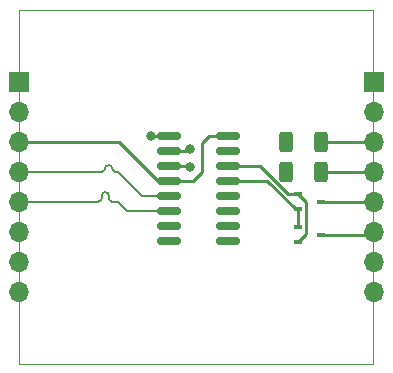
<source format=gbr>
G04 #@! TF.GenerationSoftware,KiCad,Pcbnew,(5.99.0-11522-g728b160719)*
G04 #@! TF.CreationDate,2021-07-25T14:13:55+10:00*
G04 #@! TF.ProjectId,USB-TTL,5553422d-5454-44c2-9e6b-696361645f70,rev?*
G04 #@! TF.SameCoordinates,Original*
G04 #@! TF.FileFunction,Copper,L1,Top*
G04 #@! TF.FilePolarity,Positive*
%FSLAX46Y46*%
G04 Gerber Fmt 4.6, Leading zero omitted, Abs format (unit mm)*
G04 Created by KiCad (PCBNEW (5.99.0-11522-g728b160719)) date 2021-07-25 14:13:55*
%MOMM*%
%LPD*%
G01*
G04 APERTURE LIST*
G04 Aperture macros list*
%AMRoundRect*
0 Rectangle with rounded corners*
0 $1 Rounding radius*
0 $2 $3 $4 $5 $6 $7 $8 $9 X,Y pos of 4 corners*
0 Add a 4 corners polygon primitive as box body*
4,1,4,$2,$3,$4,$5,$6,$7,$8,$9,$2,$3,0*
0 Add four circle primitives for the rounded corners*
1,1,$1+$1,$2,$3*
1,1,$1+$1,$4,$5*
1,1,$1+$1,$6,$7*
1,1,$1+$1,$8,$9*
0 Add four rect primitives between the rounded corners*
20,1,$1+$1,$2,$3,$4,$5,0*
20,1,$1+$1,$4,$5,$6,$7,0*
20,1,$1+$1,$6,$7,$8,$9,0*
20,1,$1+$1,$8,$9,$2,$3,0*%
G04 Aperture macros list end*
G04 #@! TA.AperFunction,Profile*
%ADD10C,0.100000*%
G04 #@! TD*
G04 #@! TA.AperFunction,ComponentPad*
%ADD11R,1.700000X1.700000*%
G04 #@! TD*
G04 #@! TA.AperFunction,ComponentPad*
%ADD12O,1.700000X1.700000*%
G04 #@! TD*
G04 #@! TA.AperFunction,SMDPad,CuDef*
%ADD13RoundRect,0.150000X-0.825000X-0.150000X0.825000X-0.150000X0.825000X0.150000X-0.825000X0.150000X0*%
G04 #@! TD*
G04 #@! TA.AperFunction,SMDPad,CuDef*
%ADD14RoundRect,0.250000X-0.312500X-0.625000X0.312500X-0.625000X0.312500X0.625000X-0.312500X0.625000X0*%
G04 #@! TD*
G04 #@! TA.AperFunction,SMDPad,CuDef*
%ADD15R,0.700000X0.450000*%
G04 #@! TD*
G04 #@! TA.AperFunction,ViaPad*
%ADD16C,0.800000*%
G04 #@! TD*
G04 #@! TA.AperFunction,Conductor*
%ADD17C,0.250000*%
G04 #@! TD*
G04 #@! TA.AperFunction,Conductor*
%ADD18C,0.200000*%
G04 #@! TD*
G04 APERTURE END LIST*
D10*
X129540000Y-78740000D02*
X159512000Y-78740000D01*
X159512000Y-78740000D02*
X159512000Y-108712000D01*
X159512000Y-108712000D02*
X129540000Y-108712000D01*
X129540000Y-108712000D02*
X129540000Y-78740000D01*
D11*
G04 #@! TO.P,J1,1,Pin_1*
G04 #@! TO.N,N/C*
X129540000Y-84836000D03*
D12*
G04 #@! TO.P,J1,2,Pin_2*
X129540000Y-87376000D03*
G04 #@! TO.P,J1,3,Pin_3*
G04 #@! TO.N,+3V3*
X129540000Y-89916000D03*
G04 #@! TO.P,J1,4,Pin_4*
G04 #@! TO.N,USB D+*
X129540000Y-92456000D03*
G04 #@! TO.P,J1,5,Pin_5*
G04 #@! TO.N,USB D-*
X129540000Y-94996000D03*
G04 #@! TO.P,J1,6,Pin_6*
G04 #@! TO.N,GND*
X129540000Y-97536000D03*
G04 #@! TO.P,J1,7,Pin_7*
G04 #@! TO.N,N/C*
X129540000Y-100076000D03*
G04 #@! TO.P,J1,8,Pin_8*
X129540000Y-102616000D03*
G04 #@! TD*
D13*
G04 #@! TO.P,U1,1,GND*
G04 #@! TO.N,GND*
X142240000Y-89408000D03*
G04 #@! TO.P,U1,2,TXD*
G04 #@! TO.N,Net-(R1-Pad1)*
X142240000Y-90678000D03*
G04 #@! TO.P,U1,3,RXD*
G04 #@! TO.N,Net-(R2-Pad1)*
X142240000Y-91948000D03*
G04 #@! TO.P,U1,4,V3*
G04 #@! TO.N,+3V3*
X142240000Y-93218000D03*
G04 #@! TO.P,U1,5,UD+*
G04 #@! TO.N,USB D+*
X142240000Y-94488000D03*
G04 #@! TO.P,U1,6,UD-*
G04 #@! TO.N,USB D-*
X142240000Y-95758000D03*
G04 #@! TO.P,U1,7,NC*
G04 #@! TO.N,N/C*
X142240000Y-97028000D03*
G04 #@! TO.P,U1,8,NC*
X142240000Y-98298000D03*
G04 #@! TO.P,U1,9,~{CTS}*
X147190000Y-98298000D03*
G04 #@! TO.P,U1,10,~{DSR}*
X147190000Y-97028000D03*
G04 #@! TO.P,U1,11,~{RI}*
X147190000Y-95758000D03*
G04 #@! TO.P,U1,12,~{DCD}*
X147190000Y-94488000D03*
G04 #@! TO.P,U1,13,~{DTR}*
G04 #@! TO.N,/~{DTR}*
X147190000Y-93218000D03*
G04 #@! TO.P,U1,14,~{RTS}*
G04 #@! TO.N,/~{RTS}*
X147190000Y-91948000D03*
G04 #@! TO.P,U1,15,R232*
G04 #@! TO.N,N/C*
X147190000Y-90678000D03*
G04 #@! TO.P,U1,16,VCC*
G04 #@! TO.N,+3V3*
X147190000Y-89408000D03*
G04 #@! TD*
D14*
G04 #@! TO.P,R2,1*
G04 #@! TO.N,Net-(R2-Pad1)*
X152146000Y-92456000D03*
G04 #@! TO.P,R2,2*
G04 #@! TO.N,TTL RX*
X155071000Y-92456000D03*
G04 #@! TD*
G04 #@! TO.P,R1,1*
G04 #@! TO.N,Net-(R1-Pad1)*
X152146000Y-89916000D03*
G04 #@! TO.P,R1,2*
G04 #@! TO.N,TTL TX*
X155071000Y-89916000D03*
G04 #@! TD*
D15*
G04 #@! TO.P,Q1,1,B*
G04 #@! TO.N,/~{DTR}*
X153116500Y-97140000D03*
G04 #@! TO.P,Q1,2,E*
G04 #@! TO.N,/~{RTS}*
X153116500Y-98440000D03*
G04 #@! TO.P,Q1,3,C*
G04 #@! TO.N,EN*
X155116500Y-97790000D03*
G04 #@! TD*
D11*
G04 #@! TO.P,J2,1,Pin_1*
G04 #@! TO.N,N/C*
X159537000Y-84836000D03*
D12*
G04 #@! TO.P,J2,2,Pin_2*
X159537000Y-87376000D03*
G04 #@! TO.P,J2,3,Pin_3*
G04 #@! TO.N,TTL TX*
X159537000Y-89916000D03*
G04 #@! TO.P,J2,4,Pin_4*
G04 #@! TO.N,TTL RX*
X159537000Y-92456000D03*
G04 #@! TO.P,J2,5,Pin_5*
G04 #@! TO.N,IO0*
X159537000Y-94996000D03*
G04 #@! TO.P,J2,6,Pin_6*
G04 #@! TO.N,EN*
X159537000Y-97536000D03*
G04 #@! TO.P,J2,7,Pin_7*
G04 #@! TO.N,N/C*
X159537000Y-100076000D03*
G04 #@! TO.P,J2,8,Pin_8*
X159537000Y-102616000D03*
G04 #@! TD*
D15*
G04 #@! TO.P,Q2,1,B*
G04 #@! TO.N,/~{RTS}*
X153116500Y-94346000D03*
G04 #@! TO.P,Q2,2,E*
G04 #@! TO.N,/~{DTR}*
X153116500Y-95646000D03*
G04 #@! TO.P,Q2,3,C*
G04 #@! TO.N,IO0*
X155116500Y-94996000D03*
G04 #@! TD*
D16*
G04 #@! TO.N,GND*
X140716000Y-89408000D03*
G04 #@! TO.N,Net-(R1-Pad1)*
X143953000Y-90551000D03*
X152146000Y-89916000D03*
G04 #@! TO.N,Net-(R2-Pad1)*
X152146000Y-92456000D03*
X143953000Y-92075000D03*
G04 #@! TD*
D17*
G04 #@! TO.N,GND*
X142240000Y-89408000D02*
X140716000Y-89408000D01*
G04 #@! TO.N,+3V3*
X142240000Y-93218000D02*
X144266856Y-93218000D01*
X144969000Y-90043000D02*
X145604000Y-89408000D01*
X142240000Y-93218000D02*
X141265000Y-93218000D01*
X144969000Y-92515856D02*
X144969000Y-90043000D01*
X141265000Y-93218000D02*
X137963000Y-89916000D01*
X145604000Y-89408000D02*
X147190000Y-89408000D01*
X137963000Y-89916000D02*
X129665020Y-89916000D01*
X144266856Y-93218000D02*
X144969000Y-92515856D01*
D18*
G04 #@! TO.N,USB D+*
X137131306Y-91919306D02*
X137068000Y-91919306D01*
X136468000Y-92456000D02*
X129640020Y-92456000D01*
X142240000Y-94488000D02*
X139954000Y-94488000D01*
X137922000Y-92456000D02*
X137668000Y-92456000D01*
X136531306Y-92456000D02*
X136468000Y-92456000D01*
X139954000Y-94488000D02*
X137922000Y-92456000D01*
X136531306Y-92456000D02*
G75*
G03*
X136799653Y-92187653I0J268347D01*
G01*
X137131306Y-91919306D02*
G75*
G02*
X137399653Y-92187653I0J-268347D01*
G01*
X136799653Y-92187653D02*
G75*
G02*
X137068000Y-91919306I268347J0D01*
G01*
X137399653Y-92187653D02*
G75*
G03*
X137668000Y-92456000I268347J0D01*
G01*
G04 #@! TO.N,USB D-*
X137114000Y-94696000D02*
X137114000Y-94496281D01*
X136214000Y-94996000D02*
X135318987Y-94996000D01*
X137922000Y-94996000D02*
X137414000Y-94996000D01*
X136514000Y-94496281D02*
X136514000Y-94696000D01*
X138684000Y-95758000D02*
X137922000Y-94996000D01*
X142240000Y-95758000D02*
X138684000Y-95758000D01*
X135318987Y-94996000D02*
X129640020Y-94996000D01*
X136514000Y-94496281D02*
G75*
G02*
X136814000Y-94196281I300000J0D01*
G01*
X136214000Y-94996000D02*
G75*
G03*
X136514000Y-94696000I0J300000D01*
G01*
X137114000Y-94696000D02*
G75*
G03*
X137414000Y-94996000I300000J0D01*
G01*
X136814000Y-94196281D02*
G75*
G02*
X137114000Y-94496281I0J-300000D01*
G01*
D17*
G04 #@! TO.N,TTL TX*
X155071000Y-89916000D02*
X159386980Y-89916000D01*
G04 #@! TO.N,TTL RX*
X155071000Y-92456000D02*
X159386980Y-92456000D01*
G04 #@! TO.N,IO0*
X155116500Y-94996000D02*
X159386980Y-94996000D01*
G04 #@! TO.N,EN*
X159386980Y-97536000D02*
X159132980Y-97790000D01*
X155116500Y-97790000D02*
X159283000Y-97790000D01*
X159386980Y-97686020D02*
X159386980Y-97536000D01*
X159283000Y-97790000D02*
X159386980Y-97686020D01*
G04 #@! TO.N,/~{DTR}*
X153116500Y-97140000D02*
X153116500Y-95646000D01*
X147190000Y-93218000D02*
X150515230Y-93218000D01*
X152943230Y-95646000D02*
X153116500Y-95646000D01*
X150515230Y-93218000D02*
X152943230Y-95646000D01*
G04 #@! TO.N,/~{RTS}*
X152278934Y-94346000D02*
X153116500Y-94346000D01*
X147190000Y-91948000D02*
X149880934Y-91948000D01*
X153116500Y-94346000D02*
X153791011Y-95020511D01*
X149880934Y-91948000D02*
X152278934Y-94346000D01*
X153791011Y-95020511D02*
X153791011Y-97765489D01*
X153791011Y-97765489D02*
X153116500Y-98440000D01*
G04 #@! TO.N,Net-(R1-Pad1)*
X142240000Y-90678000D02*
X143826000Y-90678000D01*
X143826000Y-90678000D02*
X143953000Y-90551000D01*
G04 #@! TO.N,Net-(R2-Pad1)*
X143826000Y-91948000D02*
X143953000Y-92075000D01*
X142240000Y-91948000D02*
X143826000Y-91948000D01*
G04 #@! TO.N,unconnected-(U1-Pad8)*
X141650230Y-98298000D02*
X142240000Y-98298000D01*
G04 #@! TD*
M02*

</source>
